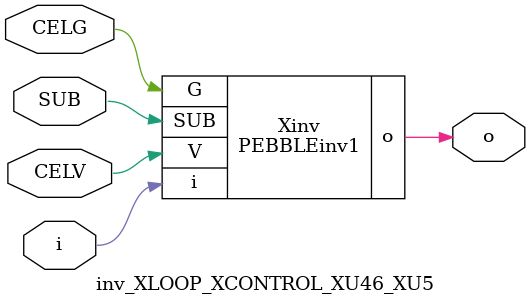
<source format=v>



module PEBBLEinv1 ( o, G, SUB, V, i );

  input V;
  input i;
  input G;
  output o;
  input SUB;
endmodule

//Celera Confidential Do Not Copy inv_XLOOP_XCONTROL_XU46_XU5
//Celera Confidential Symbol Generator
//5V Inverter
module inv_XLOOP_XCONTROL_XU46_XU5 (CELV,CELG,i,o,SUB);
input CELV;
input CELG;
input i;
input SUB;
output o;

//Celera Confidential Do Not Copy inv
PEBBLEinv1 Xinv(
.V (CELV),
.i (i),
.o (o),
.SUB (SUB),
.G (CELG)
);
//,diesize,PEBBLEinv1

//Celera Confidential Do Not Copy Module End
//Celera Schematic Generator
endmodule

</source>
